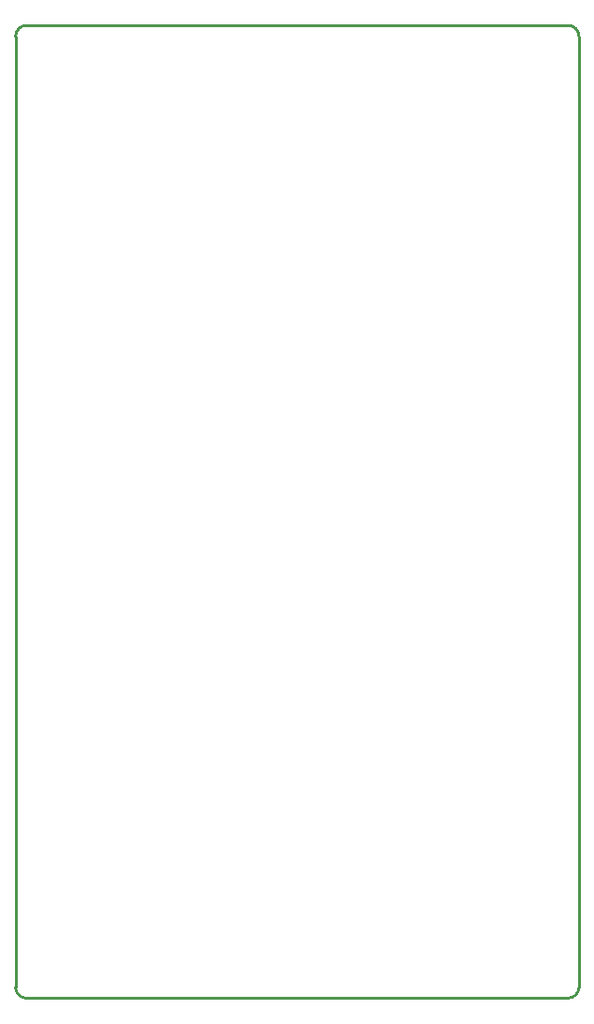
<source format=gbr>
%TF.GenerationSoftware,KiCad,Pcbnew,(6.0.10)*%
%TF.CreationDate,2023-01-21T20:17:03+05:30*%
%TF.ProjectId,3S BMS BTB,33532042-4d53-4204-9254-422e6b696361,rev?*%
%TF.SameCoordinates,Original*%
%TF.FileFunction,Profile,NP*%
%FSLAX46Y46*%
G04 Gerber Fmt 4.6, Leading zero omitted, Abs format (unit mm)*
G04 Created by KiCad (PCBNEW (6.0.10)) date 2023-01-21 20:17:03*
%MOMM*%
%LPD*%
G01*
G04 APERTURE LIST*
%TA.AperFunction,Profile*%
%ADD10C,0.250000*%
%TD*%
G04 APERTURE END LIST*
D10*
X122000000Y-142854000D02*
X122000000Y-56854000D01*
X172000000Y-143854000D02*
X123000000Y-143854000D01*
X173000000Y-56854000D02*
X173000000Y-142854000D01*
X123000000Y-55854000D02*
X172000000Y-55854000D01*
X173000000Y-56854000D02*
G75*
G03*
X172000000Y-55854000I-1000000J0D01*
G01*
X123000000Y-55854000D02*
G75*
G03*
X122000000Y-56854000I0J-1000000D01*
G01*
X122000000Y-142854000D02*
G75*
G03*
X123000000Y-143854000I1000000J0D01*
G01*
X172000000Y-143854000D02*
G75*
G03*
X173000000Y-142854000I0J1000000D01*
G01*
M02*

</source>
